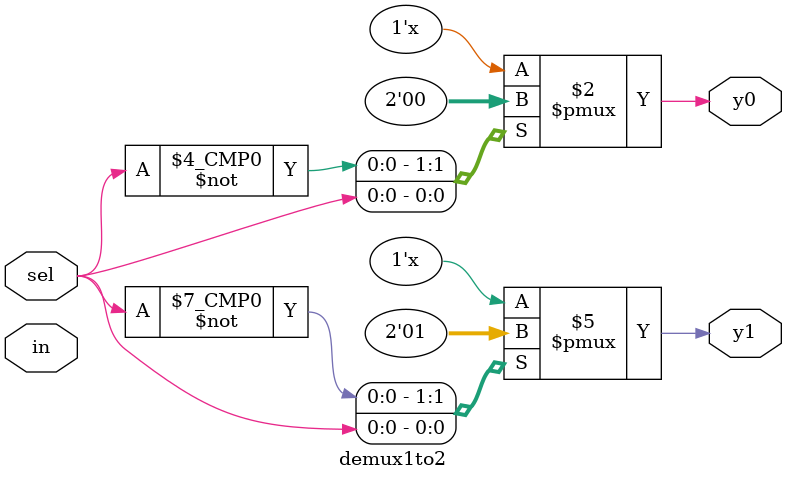
<source format=v>
module demux1to2 (
    input wire in, // Single input
    input wire sel, // 1 select line
    output reg y0, y1
);
    always @(*) begin
        // Default output values set to zero
        y0 = 0;
        y1 = 0;

        case (sel)
            1'b0 : y0 = 0; 
            1'b1 : y1 = 1; 
        endcase
    end
endmodule
</source>
